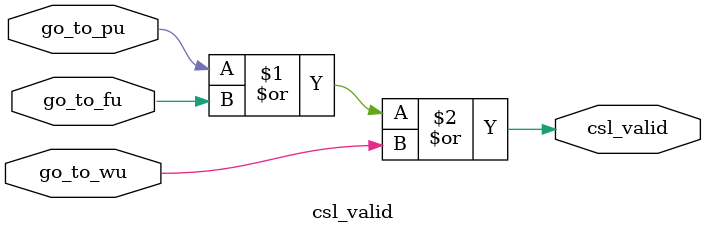
<source format=v>
module csl_valid(
    input  wire go_to_pu,  // Prototyping Unit signal
    input  wire go_to_fu,  // Fabrication Unit signal
    input  wire go_to_wu,  // Warehouse Unit signal
    output wire csl_valid  // Combined valid signal
);

  // Logical OR of all input signals
  assign csl_valid = go_to_pu | go_to_fu | go_to_wu;

endmodule

</source>
